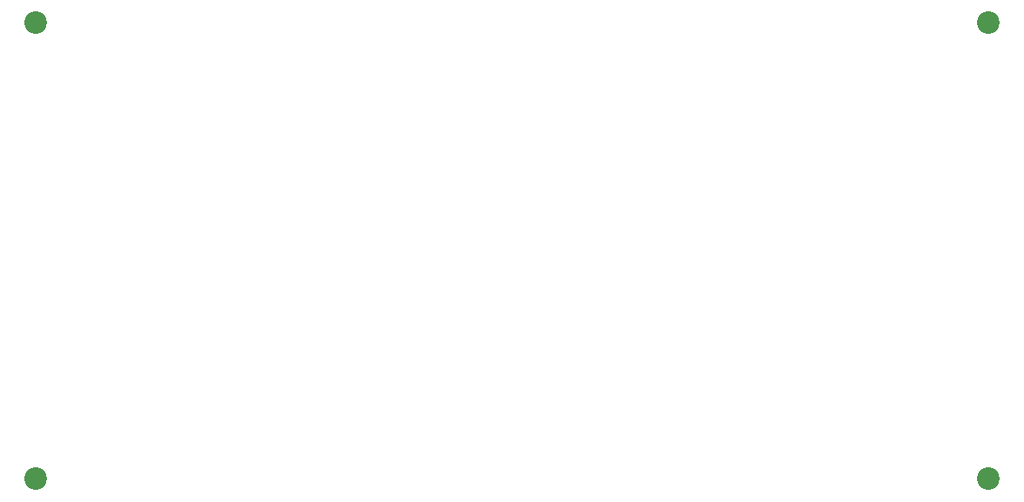
<source format=gbr>
%TF.GenerationSoftware,KiCad,Pcbnew,9.0.0*%
%TF.CreationDate,2025-03-19T00:35:46-07:00*%
%TF.ProjectId,tag,7461672e-6b69-4636-9164-5f7063625858,v0.3*%
%TF.SameCoordinates,Original*%
%TF.FileFunction,NonPlated,1,2,NPTH,Drill*%
%TF.FilePolarity,Positive*%
%FSLAX46Y46*%
G04 Gerber Fmt 4.6, Leading zero omitted, Abs format (unit mm)*
G04 Created by KiCad (PCBNEW 9.0.0) date 2025-03-19 00:35:46*
%MOMM*%
%LPD*%
G01*
G04 APERTURE LIST*
%TA.AperFunction,ComponentDrill*%
%ADD10C,2.200000*%
%TD*%
G04 APERTURE END LIST*
D10*
%TO.C,REF\u002A\u002A*%
X97790000Y-82550000D03*
X97790000Y-127000000D03*
X190500000Y-82550000D03*
X190500000Y-127000000D03*
M02*

</source>
